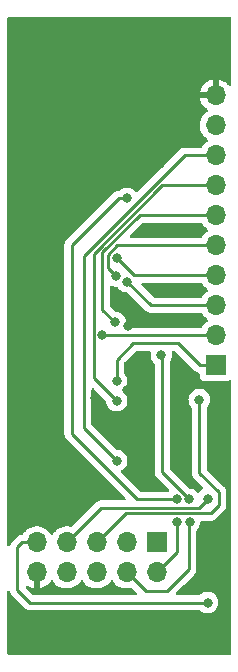
<source format=gbr>
%TF.GenerationSoftware,KiCad,Pcbnew,(6.0.6)*%
%TF.CreationDate,2022-11-26T14:52:17+01:00*%
%TF.ProjectId,wt,77742e6b-6963-4616-945f-706362585858,rev?*%
%TF.SameCoordinates,Original*%
%TF.FileFunction,Copper,L2,Bot*%
%TF.FilePolarity,Positive*%
%FSLAX46Y46*%
G04 Gerber Fmt 4.6, Leading zero omitted, Abs format (unit mm)*
G04 Created by KiCad (PCBNEW (6.0.6)) date 2022-11-26 14:52:17*
%MOMM*%
%LPD*%
G01*
G04 APERTURE LIST*
%TA.AperFunction,ComponentPad*%
%ADD10R,1.700000X1.700000*%
%TD*%
%TA.AperFunction,ComponentPad*%
%ADD11O,1.700000X1.700000*%
%TD*%
%TA.AperFunction,ViaPad*%
%ADD12C,0.800000*%
%TD*%
%TA.AperFunction,Conductor*%
%ADD13C,0.250000*%
%TD*%
G04 APERTURE END LIST*
D10*
%TO.P,J5,1,Pin_1*%
%TO.N,Net-(J5-Pad1)*%
X118171200Y-30000000D03*
D11*
%TO.P,J5,2,Pin_2*%
%TO.N,Net-(J5-Pad2)*%
X118171200Y-27460000D03*
%TO.P,J5,3,Pin_3*%
%TO.N,Net-(J5-Pad3)*%
X118171200Y-24920000D03*
%TO.P,J5,4,Pin_4*%
%TO.N,Net-(J5-Pad4)*%
X118171200Y-22380000D03*
%TO.P,J5,5,Pin_5*%
%TO.N,Net-(J5-Pad5)*%
X118171200Y-19840000D03*
%TO.P,J5,6,Pin_6*%
%TO.N,Net-(J5-Pad6)*%
X118171200Y-17300000D03*
%TO.P,J5,7,Pin_7*%
%TO.N,Net-(J5-Pad7)*%
X118171200Y-14760000D03*
%TO.P,J5,8,Pin_8*%
%TO.N,Net-(J5-Pad8)*%
X118171200Y-12220000D03*
%TO.P,J5,9,Pin_9*%
%TO.N,Net-(J5-Pad9)*%
X118171200Y-9680000D03*
%TO.P,J5,10,Pin_10*%
%TO.N,GND2*%
X118171200Y-7140000D03*
%TD*%
D10*
%TO.P,J6,1,Pin_1*%
%TO.N,Net-(J6-Pad1)*%
X113171200Y-45000000D03*
D11*
%TO.P,J6,2,Pin_2*%
%TO.N,Net-(J6-Pad2)*%
X113171200Y-47540000D03*
%TO.P,J6,3,Pin_3*%
%TO.N,Net-(J6-Pad3)*%
X110631200Y-45000000D03*
%TO.P,J6,4,Pin_4*%
%TO.N,Net-(J6-Pad4)*%
X110631200Y-47540000D03*
%TO.P,J6,5,Pin_5*%
%TO.N,Net-(J6-Pad5)*%
X108091200Y-45000000D03*
%TO.P,J6,6,Pin_6*%
%TO.N,Net-(J6-Pad6)*%
X108091200Y-47540000D03*
%TO.P,J6,7,Pin_7*%
%TO.N,Net-(J6-Pad7)*%
X105551200Y-45000000D03*
%TO.P,J6,8,Pin_8*%
%TO.N,Net-(J6-Pad8)*%
X105551200Y-47540000D03*
%TO.P,J6,9,Pin_9*%
%TO.N,Net-(J6-Pad9)*%
X103011200Y-45000000D03*
%TO.P,J6,10,Pin_10*%
%TO.N,GND2*%
X103011200Y-47540000D03*
%TD*%
D12*
%TO.N,GND2*%
X107975400Y-32766000D03*
X110769400Y-26644600D03*
X113512600Y-8102600D03*
X113512600Y-18719800D03*
X110337600Y-36601400D03*
X113487200Y-12928600D03*
X109829600Y-11176000D03*
X109931200Y-6858000D03*
X118516400Y-46583600D03*
X110642400Y-32105600D03*
X117957600Y-36830000D03*
X113563400Y-23749000D03*
X112191800Y-2362200D03*
%TO.N,Net-(J6-Pad4)*%
X113561972Y-29152030D03*
X115951000Y-43256200D03*
X115925600Y-41357699D03*
%TO.N,Net-(J5-Pad1)*%
X109778800Y-31369000D03*
%TO.N,Net-(J5-Pad2)*%
X108559600Y-27457400D03*
%TO.N,Net-(J5-Pad3)*%
X110667800Y-22910800D03*
%TO.N,Net-(J5-Pad4)*%
X109778800Y-20904200D03*
%TO.N,Net-(J5-Pad5)*%
X109720554Y-22431348D03*
%TO.N,Net-(J5-Pad6)*%
X109651800Y-26365200D03*
%TO.N,Net-(J5-Pad7)*%
X109778800Y-32994600D03*
%TO.N,Net-(J5-Pad8)*%
X109778800Y-38074600D03*
%TO.N,Net-(J6-Pad2)*%
X114884200Y-41353400D03*
X114863099Y-43251901D03*
X110642400Y-15875000D03*
%TO.N,Net-(J6-Pad5)*%
X116772129Y-32909928D03*
%TO.N,Net-(J6-Pad7)*%
X117500400Y-41300400D03*
%TO.N,Net-(J6-Pad9)*%
X117475000Y-50088800D03*
%TD*%
D13*
%TO.N,Net-(J6-Pad4)*%
X112240200Y-49149000D02*
X114020600Y-49149000D01*
X113639600Y-39071699D02*
X113639600Y-29229658D01*
X114020600Y-49149000D02*
X115900200Y-47269400D01*
X115900200Y-43307000D02*
X115951000Y-43256200D01*
X115900200Y-47269400D02*
X115900200Y-43307000D01*
X110631200Y-47540000D02*
X112240200Y-49149000D01*
X115925600Y-41357699D02*
X113639600Y-39071699D01*
X113639600Y-29229658D02*
X113561972Y-29152030D01*
%TO.N,Net-(J5-Pad1)*%
X111150400Y-28143200D02*
X109778800Y-29514800D01*
X116842600Y-30000000D02*
X114985800Y-28143200D01*
X118171200Y-30000000D02*
X116842600Y-30000000D01*
X114985800Y-28143200D02*
X111150400Y-28143200D01*
X109778800Y-29514800D02*
X109778800Y-31369000D01*
%TO.N,Net-(J5-Pad2)*%
X118171200Y-27460000D02*
X108562200Y-27460000D01*
X108562200Y-27460000D02*
X108559600Y-27457400D01*
%TO.N,Net-(J5-Pad3)*%
X112677000Y-24920000D02*
X110667800Y-22910800D01*
X118171200Y-24920000D02*
X112677000Y-24920000D01*
%TO.N,Net-(J5-Pad4)*%
X111254600Y-22380000D02*
X109778800Y-20904200D01*
X118171200Y-22380000D02*
X111254600Y-22380000D01*
%TO.N,Net-(J5-Pad5)*%
X109028900Y-21739694D02*
X109720554Y-22431348D01*
X109028900Y-20629502D02*
X109028900Y-21739694D01*
X109818402Y-19840000D02*
X109028900Y-20629502D01*
X118171200Y-19840000D02*
X109818402Y-19840000D01*
%TO.N,Net-(J5-Pad6)*%
X118171200Y-17300000D02*
X111722712Y-17300000D01*
X108579399Y-20443313D02*
X108579399Y-25292799D01*
X111722712Y-17300000D02*
X108579399Y-20443313D01*
X108579399Y-25292799D02*
X109651800Y-26365200D01*
%TO.N,Net-(J5-Pad7)*%
X107835100Y-20551922D02*
X107835100Y-31050900D01*
X107835100Y-31050900D02*
X109778800Y-32994600D01*
X118171200Y-14760000D02*
X113627022Y-14760000D01*
X113627022Y-14760000D02*
X107835100Y-20551922D01*
%TO.N,Net-(J5-Pad8)*%
X118171200Y-12220000D02*
X115531332Y-12220000D01*
X107010200Y-35306000D02*
X109778800Y-38074600D01*
X115531332Y-12220000D02*
X107010200Y-20741132D01*
X107010200Y-20741132D02*
X107010200Y-35306000D01*
%TO.N,Net-(J6-Pad2)*%
X105994200Y-19837400D02*
X105994200Y-35814000D01*
X105994200Y-35814000D02*
X111537899Y-41357699D01*
X114879901Y-41357699D02*
X114884200Y-41353400D01*
X109956600Y-15875000D02*
X105994200Y-19837400D01*
X113171200Y-47540000D02*
X114863099Y-45848101D01*
X111537899Y-41357699D02*
X114879901Y-41357699D01*
X114863099Y-45848101D02*
X114863099Y-43251901D01*
X110642400Y-15875000D02*
X109956600Y-15875000D01*
%TO.N,Net-(J6-Pad5)*%
X115167496Y-42531700D02*
X117742300Y-42531700D01*
X108091200Y-45000000D02*
X110563799Y-42527401D01*
X118414800Y-41859200D02*
X118414800Y-40741600D01*
X118414800Y-40741600D02*
X116772129Y-39098929D01*
X110563799Y-42527401D02*
X115163197Y-42527401D01*
X117742300Y-42531700D02*
X118414800Y-41859200D01*
X115163197Y-42527401D02*
X115167496Y-42531700D01*
X116772129Y-39098929D02*
X116772129Y-32909928D01*
%TO.N,Net-(J6-Pad7)*%
X115349386Y-42077900D02*
X115353685Y-42082199D01*
X116718601Y-42082199D02*
X117500400Y-41300400D01*
X108473300Y-42077900D02*
X115349386Y-42077900D01*
X115353685Y-42082199D02*
X116718601Y-42082199D01*
X105551200Y-45000000D02*
X108473300Y-42077900D01*
%TO.N,Net-(J6-Pad9)*%
X101786600Y-45000000D02*
X101371400Y-45415200D01*
X103011200Y-45000000D02*
X101786600Y-45000000D01*
X102438200Y-50088800D02*
X117475000Y-50088800D01*
X101371400Y-45415200D02*
X101371400Y-49022000D01*
X101371400Y-49022000D02*
X102438200Y-50088800D01*
%TD*%
%TA.AperFunction,Conductor*%
%TO.N,GND2*%
G36*
X114739327Y-28796702D02*
G01*
X114760301Y-28813605D01*
X116338948Y-30392253D01*
X116346488Y-30400539D01*
X116350600Y-30407018D01*
X116356377Y-30412443D01*
X116400251Y-30453643D01*
X116403093Y-30456398D01*
X116422830Y-30476135D01*
X116426027Y-30478615D01*
X116435047Y-30486318D01*
X116467279Y-30516586D01*
X116474225Y-30520405D01*
X116474228Y-30520407D01*
X116485034Y-30526348D01*
X116501553Y-30537199D01*
X116517559Y-30549614D01*
X116524828Y-30552759D01*
X116524832Y-30552762D01*
X116558137Y-30567174D01*
X116568787Y-30572391D01*
X116607540Y-30593695D01*
X116615215Y-30595666D01*
X116615216Y-30595666D01*
X116627162Y-30598733D01*
X116645867Y-30605137D01*
X116664455Y-30613181D01*
X116672278Y-30614420D01*
X116672288Y-30614423D01*
X116706413Y-30619828D01*
X116770565Y-30650241D01*
X116808091Y-30710510D01*
X116812700Y-30744276D01*
X116812700Y-30898134D01*
X116819455Y-30960316D01*
X116870585Y-31096705D01*
X116957939Y-31213261D01*
X117074495Y-31300615D01*
X117210884Y-31351745D01*
X117273066Y-31358500D01*
X119069334Y-31358500D01*
X119131516Y-31351745D01*
X119267905Y-31300615D01*
X119289934Y-31284105D01*
X119356440Y-31259256D01*
X119425823Y-31274308D01*
X119476053Y-31324482D01*
X119491500Y-31384930D01*
X119491500Y-54365500D01*
X119471498Y-54433621D01*
X119417842Y-54480114D01*
X119365500Y-54491500D01*
X100634500Y-54491500D01*
X100566379Y-54471498D01*
X100519886Y-54417842D01*
X100508500Y-54365500D01*
X100508500Y-49222219D01*
X100528502Y-49154098D01*
X100582158Y-49107605D01*
X100652432Y-49097501D01*
X100717012Y-49126995D01*
X100750817Y-49181633D01*
X100752926Y-49180798D01*
X100769204Y-49221912D01*
X100773049Y-49233142D01*
X100783171Y-49267983D01*
X100785382Y-49275593D01*
X100789415Y-49282412D01*
X100789417Y-49282417D01*
X100795693Y-49293028D01*
X100804388Y-49310776D01*
X100811848Y-49329617D01*
X100816510Y-49336033D01*
X100816510Y-49336034D01*
X100837836Y-49365387D01*
X100844352Y-49375307D01*
X100862537Y-49406055D01*
X100866858Y-49413362D01*
X100881179Y-49427683D01*
X100894019Y-49442716D01*
X100905928Y-49459107D01*
X100912034Y-49464158D01*
X100940005Y-49487298D01*
X100948784Y-49495288D01*
X101934548Y-50481053D01*
X101942088Y-50489339D01*
X101946200Y-50495818D01*
X101951977Y-50501243D01*
X101995851Y-50542443D01*
X101998693Y-50545198D01*
X102018430Y-50564935D01*
X102021627Y-50567415D01*
X102030647Y-50575118D01*
X102062879Y-50605386D01*
X102069825Y-50609205D01*
X102069828Y-50609207D01*
X102080634Y-50615148D01*
X102097153Y-50625999D01*
X102113159Y-50638414D01*
X102120428Y-50641559D01*
X102120432Y-50641562D01*
X102153737Y-50655974D01*
X102164387Y-50661191D01*
X102203140Y-50682495D01*
X102210815Y-50684466D01*
X102210816Y-50684466D01*
X102222762Y-50687533D01*
X102241467Y-50693937D01*
X102260055Y-50701981D01*
X102267878Y-50703220D01*
X102267888Y-50703223D01*
X102303724Y-50708899D01*
X102315344Y-50711305D01*
X102350489Y-50720328D01*
X102358170Y-50722300D01*
X102378424Y-50722300D01*
X102398134Y-50723851D01*
X102418143Y-50727020D01*
X102426035Y-50726274D01*
X102462161Y-50722859D01*
X102474019Y-50722300D01*
X116766800Y-50722300D01*
X116834921Y-50742302D01*
X116854147Y-50758643D01*
X116854420Y-50758340D01*
X116859332Y-50762763D01*
X116863747Y-50767666D01*
X117018248Y-50879918D01*
X117024276Y-50882602D01*
X117024278Y-50882603D01*
X117186681Y-50954909D01*
X117192712Y-50957594D01*
X117286113Y-50977447D01*
X117373056Y-50995928D01*
X117373061Y-50995928D01*
X117379513Y-50997300D01*
X117570487Y-50997300D01*
X117576939Y-50995928D01*
X117576944Y-50995928D01*
X117663888Y-50977447D01*
X117757288Y-50957594D01*
X117763319Y-50954909D01*
X117925722Y-50882603D01*
X117925724Y-50882602D01*
X117931752Y-50879918D01*
X118086253Y-50767666D01*
X118122851Y-50727020D01*
X118209621Y-50630652D01*
X118209622Y-50630651D01*
X118214040Y-50625744D01*
X118309527Y-50460356D01*
X118368542Y-50278728D01*
X118388504Y-50088800D01*
X118368542Y-49898872D01*
X118309527Y-49717244D01*
X118214040Y-49551856D01*
X118159315Y-49491077D01*
X118090675Y-49414845D01*
X118090674Y-49414844D01*
X118086253Y-49409934D01*
X117950589Y-49311368D01*
X117937094Y-49301563D01*
X117937093Y-49301562D01*
X117931752Y-49297682D01*
X117925724Y-49294998D01*
X117925722Y-49294997D01*
X117763319Y-49222691D01*
X117763318Y-49222691D01*
X117757288Y-49220006D01*
X117663888Y-49200153D01*
X117576944Y-49181672D01*
X117576939Y-49181672D01*
X117570487Y-49180300D01*
X117379513Y-49180300D01*
X117373061Y-49181672D01*
X117373056Y-49181672D01*
X117286112Y-49200153D01*
X117192712Y-49220006D01*
X117186682Y-49222691D01*
X117186681Y-49222691D01*
X117024278Y-49294997D01*
X117024276Y-49294998D01*
X117018248Y-49297682D01*
X117012907Y-49301562D01*
X117012906Y-49301563D01*
X116974293Y-49329617D01*
X116863747Y-49409934D01*
X116859332Y-49414837D01*
X116854420Y-49419260D01*
X116853295Y-49418011D01*
X116799986Y-49450851D01*
X116766800Y-49455300D01*
X114914394Y-49455300D01*
X114846273Y-49435298D01*
X114799780Y-49381642D01*
X114789676Y-49311368D01*
X114819170Y-49246788D01*
X114825299Y-49240205D01*
X115481334Y-48584171D01*
X116292453Y-47773052D01*
X116300739Y-47765512D01*
X116307218Y-47761400D01*
X116353844Y-47711748D01*
X116356598Y-47708907D01*
X116376335Y-47689170D01*
X116378815Y-47685973D01*
X116386520Y-47676951D01*
X116411359Y-47650500D01*
X116416786Y-47644721D01*
X116420605Y-47637775D01*
X116420607Y-47637772D01*
X116426548Y-47626966D01*
X116437399Y-47610447D01*
X116437759Y-47609983D01*
X116449814Y-47594441D01*
X116452959Y-47587172D01*
X116452962Y-47587168D01*
X116467374Y-47553863D01*
X116472591Y-47543213D01*
X116493895Y-47504460D01*
X116498933Y-47484837D01*
X116505337Y-47466134D01*
X116510233Y-47454820D01*
X116510233Y-47454819D01*
X116513381Y-47447545D01*
X116514620Y-47439722D01*
X116514623Y-47439712D01*
X116520299Y-47403876D01*
X116522705Y-47392256D01*
X116531728Y-47357111D01*
X116531728Y-47357110D01*
X116533700Y-47349430D01*
X116533700Y-47329176D01*
X116535251Y-47309465D01*
X116535800Y-47306002D01*
X116538420Y-47289457D01*
X116534259Y-47245438D01*
X116533700Y-47233581D01*
X116533700Y-44015143D01*
X116553702Y-43947022D01*
X116566057Y-43930842D01*
X116690040Y-43793144D01*
X116757926Y-43675562D01*
X116782223Y-43633479D01*
X116782224Y-43633478D01*
X116785527Y-43627756D01*
X116844542Y-43446128D01*
X116846040Y-43431875D01*
X116862210Y-43278029D01*
X116889223Y-43212373D01*
X116947445Y-43171743D01*
X116987520Y-43165200D01*
X117663533Y-43165200D01*
X117674716Y-43165727D01*
X117682209Y-43167402D01*
X117690135Y-43167153D01*
X117690136Y-43167153D01*
X117750286Y-43165262D01*
X117754245Y-43165200D01*
X117782156Y-43165200D01*
X117786091Y-43164703D01*
X117786156Y-43164695D01*
X117797993Y-43163762D01*
X117830251Y-43162748D01*
X117834270Y-43162622D01*
X117842189Y-43162373D01*
X117861643Y-43156721D01*
X117881000Y-43152713D01*
X117893230Y-43151168D01*
X117893231Y-43151168D01*
X117901097Y-43150174D01*
X117908468Y-43147255D01*
X117908470Y-43147255D01*
X117942212Y-43133896D01*
X117953442Y-43130051D01*
X117988283Y-43119929D01*
X117988284Y-43119929D01*
X117995893Y-43117718D01*
X118002712Y-43113685D01*
X118002717Y-43113683D01*
X118013328Y-43107407D01*
X118031076Y-43098712D01*
X118049917Y-43091252D01*
X118085687Y-43065264D01*
X118095607Y-43058748D01*
X118126835Y-43040280D01*
X118126838Y-43040278D01*
X118133662Y-43036242D01*
X118147983Y-43021921D01*
X118163017Y-43009080D01*
X118172994Y-43001831D01*
X118179407Y-42997172D01*
X118207598Y-42963095D01*
X118215588Y-42954316D01*
X118807047Y-42362857D01*
X118815337Y-42355313D01*
X118821818Y-42351200D01*
X118868459Y-42301532D01*
X118871213Y-42298691D01*
X118890935Y-42278969D01*
X118893412Y-42275776D01*
X118901117Y-42266755D01*
X118925959Y-42240300D01*
X118931386Y-42234521D01*
X118935207Y-42227571D01*
X118941146Y-42216768D01*
X118952002Y-42200241D01*
X118959557Y-42190502D01*
X118959558Y-42190500D01*
X118964414Y-42184240D01*
X118981974Y-42143660D01*
X118987191Y-42133012D01*
X119004675Y-42101209D01*
X119004676Y-42101207D01*
X119008495Y-42094260D01*
X119013533Y-42074637D01*
X119019937Y-42055934D01*
X119024833Y-42044620D01*
X119024833Y-42044619D01*
X119027981Y-42037345D01*
X119029220Y-42029522D01*
X119029223Y-42029512D01*
X119034899Y-41993676D01*
X119037305Y-41982056D01*
X119046328Y-41946911D01*
X119046328Y-41946910D01*
X119048300Y-41939230D01*
X119048300Y-41918976D01*
X119049851Y-41899265D01*
X119051780Y-41887086D01*
X119053020Y-41879257D01*
X119048859Y-41835238D01*
X119048300Y-41823381D01*
X119048300Y-40820368D01*
X119048827Y-40809185D01*
X119050502Y-40801692D01*
X119048362Y-40733601D01*
X119048300Y-40729644D01*
X119048300Y-40701744D01*
X119047796Y-40697753D01*
X119046863Y-40685911D01*
X119046506Y-40674534D01*
X119045474Y-40641711D01*
X119039821Y-40622252D01*
X119035812Y-40602893D01*
X119035646Y-40601583D01*
X119033274Y-40582803D01*
X119030358Y-40575437D01*
X119030356Y-40575431D01*
X119017000Y-40541698D01*
X119013155Y-40530468D01*
X119003030Y-40495617D01*
X119003030Y-40495616D01*
X119000819Y-40488007D01*
X118990505Y-40470566D01*
X118981808Y-40452813D01*
X118977272Y-40441358D01*
X118974352Y-40433983D01*
X118948363Y-40398212D01*
X118941847Y-40388292D01*
X118923378Y-40357063D01*
X118919342Y-40350238D01*
X118905021Y-40335917D01*
X118892180Y-40320883D01*
X118884931Y-40310906D01*
X118880272Y-40304493D01*
X118846195Y-40276302D01*
X118837416Y-40268312D01*
X117442534Y-38873429D01*
X117408508Y-38811117D01*
X117405629Y-38784334D01*
X117405629Y-33612452D01*
X117425631Y-33544331D01*
X117437987Y-33528149D01*
X117511169Y-33446872D01*
X117606656Y-33281484D01*
X117665671Y-33099856D01*
X117678408Y-32978675D01*
X117684943Y-32916493D01*
X117685633Y-32909928D01*
X117674570Y-32804672D01*
X117666361Y-32726563D01*
X117666361Y-32726561D01*
X117665671Y-32720000D01*
X117606656Y-32538372D01*
X117511169Y-32372984D01*
X117383382Y-32231062D01*
X117228881Y-32118810D01*
X117222853Y-32116126D01*
X117222851Y-32116125D01*
X117060448Y-32043819D01*
X117060447Y-32043819D01*
X117054417Y-32041134D01*
X116961016Y-32021281D01*
X116874073Y-32002800D01*
X116874068Y-32002800D01*
X116867616Y-32001428D01*
X116676642Y-32001428D01*
X116670190Y-32002800D01*
X116670185Y-32002800D01*
X116583242Y-32021281D01*
X116489841Y-32041134D01*
X116483811Y-32043819D01*
X116483810Y-32043819D01*
X116321407Y-32116125D01*
X116321405Y-32116126D01*
X116315377Y-32118810D01*
X116160876Y-32231062D01*
X116033089Y-32372984D01*
X115937602Y-32538372D01*
X115878587Y-32720000D01*
X115877897Y-32726561D01*
X115877897Y-32726563D01*
X115869688Y-32804672D01*
X115858625Y-32909928D01*
X115859315Y-32916493D01*
X115865851Y-32978675D01*
X115878587Y-33099856D01*
X115937602Y-33281484D01*
X116033089Y-33446872D01*
X116106266Y-33528143D01*
X116136982Y-33592149D01*
X116138629Y-33612452D01*
X116138629Y-39020162D01*
X116138102Y-39031345D01*
X116136427Y-39038838D01*
X116136676Y-39046764D01*
X116136676Y-39046765D01*
X116138567Y-39106915D01*
X116138629Y-39110874D01*
X116138629Y-39138785D01*
X116139126Y-39142719D01*
X116139126Y-39142720D01*
X116139134Y-39142785D01*
X116140067Y-39154622D01*
X116141456Y-39198818D01*
X116144821Y-39210399D01*
X116147107Y-39218268D01*
X116151116Y-39237629D01*
X116153655Y-39257726D01*
X116156574Y-39265097D01*
X116156574Y-39265099D01*
X116169933Y-39298841D01*
X116173778Y-39310071D01*
X116186111Y-39352522D01*
X116190144Y-39359341D01*
X116190146Y-39359346D01*
X116196422Y-39369957D01*
X116205117Y-39387705D01*
X116212577Y-39406546D01*
X116217239Y-39412962D01*
X116217239Y-39412963D01*
X116238565Y-39442316D01*
X116245081Y-39452236D01*
X116259953Y-39477382D01*
X116267587Y-39490291D01*
X116281908Y-39504612D01*
X116294748Y-39519645D01*
X116306657Y-39536036D01*
X116312763Y-39541087D01*
X116340734Y-39564227D01*
X116349513Y-39572217D01*
X117082104Y-40304808D01*
X117116130Y-40367120D01*
X117111065Y-40437935D01*
X117068518Y-40494771D01*
X117055048Y-40502682D01*
X117055401Y-40503293D01*
X117049678Y-40506597D01*
X117043648Y-40509282D01*
X116889147Y-40621534D01*
X116884726Y-40626444D01*
X116884725Y-40626445D01*
X116780840Y-40741821D01*
X116720394Y-40779061D01*
X116649410Y-40777709D01*
X116593568Y-40741822D01*
X116536853Y-40678833D01*
X116382352Y-40566581D01*
X116376324Y-40563897D01*
X116376322Y-40563896D01*
X116213919Y-40491590D01*
X116213918Y-40491590D01*
X116207888Y-40488905D01*
X116114487Y-40469052D01*
X116027544Y-40450571D01*
X116027539Y-40450571D01*
X116021087Y-40449199D01*
X115965195Y-40449199D01*
X115897074Y-40429197D01*
X115876100Y-40412294D01*
X114310005Y-38846199D01*
X114275979Y-38783887D01*
X114273100Y-38757104D01*
X114273100Y-29767157D01*
X114297087Y-29693333D01*
X114301012Y-29688974D01*
X114304314Y-29683255D01*
X114393195Y-29529309D01*
X114393196Y-29529308D01*
X114396499Y-29523586D01*
X114455514Y-29341958D01*
X114475476Y-29152030D01*
X114455514Y-28962102D01*
X114448864Y-28941635D01*
X114446836Y-28870670D01*
X114483498Y-28809871D01*
X114547210Y-28778546D01*
X114568697Y-28776700D01*
X114671206Y-28776700D01*
X114739327Y-28796702D01*
G37*
%TD.AperFunction*%
%TA.AperFunction,Conductor*%
G36*
X103207321Y-47306002D02*
G01*
X103253814Y-47359658D01*
X103265200Y-47412000D01*
X103265200Y-48858517D01*
X103269264Y-48872359D01*
X103282678Y-48874393D01*
X103289384Y-48873534D01*
X103299462Y-48871392D01*
X103503455Y-48810191D01*
X103513042Y-48806433D01*
X103704295Y-48712739D01*
X103713145Y-48707464D01*
X103886528Y-48583792D01*
X103894400Y-48577139D01*
X104045252Y-48426812D01*
X104051930Y-48418965D01*
X104179222Y-48241819D01*
X104180479Y-48242722D01*
X104227573Y-48199362D01*
X104297511Y-48187145D01*
X104362951Y-48214678D01*
X104390779Y-48246511D01*
X104451187Y-48345088D01*
X104597450Y-48513938D01*
X104769326Y-48656632D01*
X104962200Y-48769338D01*
X105170892Y-48849030D01*
X105175960Y-48850061D01*
X105175963Y-48850062D01*
X105271062Y-48869410D01*
X105389797Y-48893567D01*
X105394972Y-48893757D01*
X105394974Y-48893757D01*
X105607873Y-48901564D01*
X105607877Y-48901564D01*
X105613037Y-48901753D01*
X105618157Y-48901097D01*
X105618159Y-48901097D01*
X105829488Y-48874025D01*
X105829489Y-48874025D01*
X105834616Y-48873368D01*
X105839569Y-48871882D01*
X106043629Y-48810661D01*
X106043634Y-48810659D01*
X106048584Y-48809174D01*
X106249194Y-48710896D01*
X106431060Y-48581173D01*
X106589296Y-48423489D01*
X106719653Y-48242077D01*
X106720976Y-48243028D01*
X106767845Y-48199857D01*
X106837780Y-48187625D01*
X106903226Y-48215144D01*
X106931075Y-48246994D01*
X106991187Y-48345088D01*
X107137450Y-48513938D01*
X107309326Y-48656632D01*
X107502200Y-48769338D01*
X107710892Y-48849030D01*
X107715960Y-48850061D01*
X107715963Y-48850062D01*
X107811062Y-48869410D01*
X107929797Y-48893567D01*
X107934972Y-48893757D01*
X107934974Y-48893757D01*
X108147873Y-48901564D01*
X108147877Y-48901564D01*
X108153037Y-48901753D01*
X108158157Y-48901097D01*
X108158159Y-48901097D01*
X108369488Y-48874025D01*
X108369489Y-48874025D01*
X108374616Y-48873368D01*
X108379569Y-48871882D01*
X108583629Y-48810661D01*
X108583634Y-48810659D01*
X108588584Y-48809174D01*
X108789194Y-48710896D01*
X108971060Y-48581173D01*
X109129296Y-48423489D01*
X109259653Y-48242077D01*
X109260976Y-48243028D01*
X109307845Y-48199857D01*
X109377780Y-48187625D01*
X109443226Y-48215144D01*
X109471075Y-48246994D01*
X109531187Y-48345088D01*
X109677450Y-48513938D01*
X109849326Y-48656632D01*
X110042200Y-48769338D01*
X110250892Y-48849030D01*
X110255960Y-48850061D01*
X110255963Y-48850062D01*
X110351062Y-48869410D01*
X110469797Y-48893567D01*
X110474972Y-48893757D01*
X110474974Y-48893757D01*
X110687873Y-48901564D01*
X110687877Y-48901564D01*
X110693037Y-48901753D01*
X110698157Y-48901097D01*
X110698159Y-48901097D01*
X110909488Y-48874025D01*
X110909489Y-48874025D01*
X110914616Y-48873368D01*
X110919567Y-48871883D01*
X110919570Y-48871882D01*
X110961029Y-48859444D01*
X111032025Y-48859028D01*
X111086331Y-48891035D01*
X111435501Y-49240205D01*
X111469527Y-49302517D01*
X111464462Y-49373332D01*
X111421915Y-49430168D01*
X111355395Y-49454979D01*
X111346406Y-49455300D01*
X102752795Y-49455300D01*
X102684674Y-49435298D01*
X102663699Y-49418395D01*
X102130986Y-48885681D01*
X102096961Y-48823369D01*
X102102026Y-48752553D01*
X102144573Y-48695718D01*
X102211093Y-48670907D01*
X102283653Y-48687798D01*
X102417961Y-48766282D01*
X102427242Y-48770729D01*
X102626201Y-48846703D01*
X102636099Y-48849579D01*
X102739450Y-48870606D01*
X102753499Y-48869410D01*
X102757200Y-48859065D01*
X102757200Y-47412000D01*
X102777202Y-47343879D01*
X102830858Y-47297386D01*
X102883200Y-47286000D01*
X103139200Y-47286000D01*
X103207321Y-47306002D01*
G37*
%TD.AperFunction*%
%TA.AperFunction,Conductor*%
G36*
X119433621Y-528502D02*
G01*
X119480114Y-582158D01*
X119491500Y-634500D01*
X119491500Y-6253886D01*
X119471498Y-6322007D01*
X119417842Y-6368500D01*
X119347568Y-6378604D01*
X119282988Y-6349110D01*
X119259709Y-6322327D01*
X119253629Y-6312929D01*
X119247336Y-6304757D01*
X119104006Y-6147240D01*
X119096473Y-6140215D01*
X118929339Y-6008222D01*
X118920752Y-6002517D01*
X118734317Y-5899599D01*
X118724905Y-5895369D01*
X118524159Y-5824280D01*
X118514188Y-5821646D01*
X118443037Y-5808972D01*
X118429740Y-5810432D01*
X118425200Y-5824989D01*
X118425200Y-7268000D01*
X118405198Y-7336121D01*
X118351542Y-7382614D01*
X118299200Y-7394000D01*
X116854425Y-7394000D01*
X116840894Y-7397973D01*
X116839457Y-7407966D01*
X116869765Y-7542446D01*
X116872845Y-7552275D01*
X116952970Y-7749603D01*
X116957613Y-7758794D01*
X117068894Y-7940388D01*
X117074977Y-7948699D01*
X117214413Y-8109667D01*
X117221780Y-8116883D01*
X117385634Y-8252916D01*
X117394081Y-8258831D01*
X117463169Y-8299203D01*
X117511893Y-8350842D01*
X117524964Y-8420625D01*
X117498233Y-8486396D01*
X117457784Y-8519752D01*
X117444807Y-8526507D01*
X117440674Y-8529610D01*
X117440671Y-8529612D01*
X117416447Y-8547800D01*
X117266165Y-8660635D01*
X117111829Y-8822138D01*
X116985943Y-9006680D01*
X116891888Y-9209305D01*
X116832189Y-9424570D01*
X116808451Y-9646695D01*
X116821310Y-9869715D01*
X116822447Y-9874761D01*
X116822448Y-9874767D01*
X116846504Y-9981508D01*
X116870422Y-10087639D01*
X116954466Y-10294616D01*
X117071187Y-10485088D01*
X117217450Y-10653938D01*
X117389326Y-10796632D01*
X117459795Y-10837811D01*
X117462645Y-10839476D01*
X117511369Y-10891114D01*
X117524440Y-10960897D01*
X117497709Y-11026669D01*
X117457255Y-11060027D01*
X117444807Y-11066507D01*
X117440674Y-11069610D01*
X117440671Y-11069612D01*
X117416447Y-11087800D01*
X117266165Y-11200635D01*
X117111829Y-11362138D01*
X117108915Y-11366410D01*
X117108914Y-11366411D01*
X116996295Y-11531504D01*
X116941384Y-11576507D01*
X116892207Y-11586500D01*
X115610095Y-11586500D01*
X115598911Y-11585973D01*
X115591423Y-11584299D01*
X115583500Y-11584548D01*
X115523365Y-11586438D01*
X115519407Y-11586500D01*
X115491476Y-11586500D01*
X115487561Y-11586995D01*
X115487557Y-11586995D01*
X115487499Y-11587003D01*
X115487470Y-11587006D01*
X115475628Y-11587939D01*
X115431442Y-11589327D01*
X115414076Y-11594372D01*
X115411990Y-11594978D01*
X115392638Y-11598986D01*
X115380400Y-11600532D01*
X115380398Y-11600533D01*
X115372535Y-11601526D01*
X115331418Y-11617806D01*
X115320217Y-11621641D01*
X115277738Y-11633982D01*
X115270919Y-11638015D01*
X115270914Y-11638017D01*
X115260303Y-11644293D01*
X115242553Y-11652990D01*
X115223715Y-11660448D01*
X115217299Y-11665109D01*
X115217298Y-11665110D01*
X115187957Y-11686428D01*
X115178033Y-11692947D01*
X115146792Y-11711422D01*
X115146787Y-11711426D01*
X115139969Y-11715458D01*
X115125645Y-11729782D01*
X115110613Y-11742621D01*
X115094225Y-11754528D01*
X115072572Y-11780702D01*
X115066044Y-11788593D01*
X115058054Y-11797373D01*
X111539730Y-15315697D01*
X111477418Y-15349723D01*
X111406603Y-15344658D01*
X111356999Y-15310912D01*
X111351083Y-15304341D01*
X111253653Y-15196134D01*
X111099152Y-15083882D01*
X111093124Y-15081198D01*
X111093122Y-15081197D01*
X110930719Y-15008891D01*
X110930718Y-15008891D01*
X110924688Y-15006206D01*
X110831287Y-14986353D01*
X110744344Y-14967872D01*
X110744339Y-14967872D01*
X110737887Y-14966500D01*
X110546913Y-14966500D01*
X110540461Y-14967872D01*
X110540456Y-14967872D01*
X110453513Y-14986353D01*
X110360112Y-15006206D01*
X110354082Y-15008891D01*
X110354081Y-15008891D01*
X110191678Y-15081197D01*
X110191676Y-15081198D01*
X110185648Y-15083882D01*
X110031147Y-15196134D01*
X110026732Y-15201037D01*
X110021820Y-15205460D01*
X110020695Y-15204211D01*
X109967386Y-15237051D01*
X109934200Y-15241500D01*
X109916744Y-15241500D01*
X109912754Y-15242004D01*
X109900920Y-15242936D01*
X109856711Y-15244326D01*
X109849097Y-15246538D01*
X109849092Y-15246539D01*
X109837259Y-15249977D01*
X109817896Y-15253988D01*
X109797803Y-15256526D01*
X109790436Y-15259443D01*
X109790431Y-15259444D01*
X109756692Y-15272802D01*
X109745465Y-15276646D01*
X109703007Y-15288982D01*
X109696181Y-15293019D01*
X109685572Y-15299293D01*
X109667824Y-15307988D01*
X109648983Y-15315448D01*
X109642567Y-15320110D01*
X109642566Y-15320110D01*
X109613213Y-15341436D01*
X109603293Y-15347952D01*
X109572065Y-15366420D01*
X109572062Y-15366422D01*
X109565238Y-15370458D01*
X109550917Y-15384779D01*
X109535884Y-15397619D01*
X109519493Y-15409528D01*
X109514442Y-15415634D01*
X109491302Y-15443605D01*
X109483312Y-15452384D01*
X105601947Y-19333748D01*
X105593661Y-19341288D01*
X105587182Y-19345400D01*
X105581757Y-19351177D01*
X105540557Y-19395051D01*
X105537802Y-19397893D01*
X105518065Y-19417630D01*
X105515585Y-19420827D01*
X105507882Y-19429847D01*
X105477614Y-19462079D01*
X105473795Y-19469025D01*
X105473793Y-19469028D01*
X105467852Y-19479834D01*
X105457001Y-19496353D01*
X105444586Y-19512359D01*
X105441441Y-19519628D01*
X105441438Y-19519632D01*
X105427026Y-19552937D01*
X105421809Y-19563587D01*
X105400505Y-19602340D01*
X105398534Y-19610015D01*
X105398534Y-19610016D01*
X105395467Y-19621962D01*
X105389063Y-19640666D01*
X105381019Y-19659255D01*
X105379780Y-19667078D01*
X105379777Y-19667088D01*
X105374101Y-19702924D01*
X105371695Y-19714544D01*
X105360700Y-19757370D01*
X105360700Y-19777624D01*
X105359149Y-19797334D01*
X105355980Y-19817343D01*
X105356726Y-19825235D01*
X105360141Y-19861361D01*
X105360700Y-19873219D01*
X105360700Y-35735233D01*
X105360173Y-35746416D01*
X105358498Y-35753909D01*
X105358747Y-35761835D01*
X105358747Y-35761836D01*
X105360638Y-35821986D01*
X105360700Y-35825945D01*
X105360700Y-35853856D01*
X105361197Y-35857790D01*
X105361197Y-35857791D01*
X105361205Y-35857856D01*
X105362138Y-35869693D01*
X105363527Y-35913889D01*
X105369178Y-35933339D01*
X105373187Y-35952700D01*
X105375726Y-35972797D01*
X105378645Y-35980168D01*
X105378645Y-35980170D01*
X105392004Y-36013912D01*
X105395849Y-36025142D01*
X105408182Y-36067593D01*
X105412215Y-36074412D01*
X105412217Y-36074417D01*
X105418493Y-36085028D01*
X105427188Y-36102776D01*
X105434648Y-36121617D01*
X105439310Y-36128033D01*
X105439310Y-36128034D01*
X105460636Y-36157387D01*
X105467152Y-36167307D01*
X105489658Y-36205362D01*
X105503979Y-36219683D01*
X105516819Y-36234716D01*
X105528728Y-36251107D01*
X105534834Y-36256158D01*
X105562805Y-36279298D01*
X105571584Y-36287288D01*
X110513601Y-41229305D01*
X110547627Y-41291617D01*
X110542562Y-41362432D01*
X110500015Y-41419268D01*
X110433495Y-41444079D01*
X110424506Y-41444400D01*
X108552063Y-41444400D01*
X108540879Y-41443873D01*
X108533391Y-41442199D01*
X108525468Y-41442448D01*
X108465333Y-41444338D01*
X108461375Y-41444400D01*
X108433444Y-41444400D01*
X108429529Y-41444895D01*
X108429525Y-41444895D01*
X108429467Y-41444903D01*
X108429438Y-41444906D01*
X108417596Y-41445839D01*
X108373410Y-41447227D01*
X108356044Y-41452272D01*
X108353958Y-41452878D01*
X108334606Y-41456886D01*
X108322368Y-41458432D01*
X108322366Y-41458433D01*
X108314503Y-41459426D01*
X108273386Y-41475706D01*
X108262185Y-41479541D01*
X108219706Y-41491882D01*
X108212887Y-41495915D01*
X108212882Y-41495917D01*
X108202271Y-41502193D01*
X108184521Y-41510890D01*
X108165683Y-41518348D01*
X108159267Y-41523009D01*
X108159266Y-41523010D01*
X108129925Y-41544328D01*
X108120001Y-41550847D01*
X108088760Y-41569322D01*
X108088755Y-41569326D01*
X108081937Y-41573358D01*
X108067613Y-41587682D01*
X108052581Y-41600521D01*
X108036193Y-41612428D01*
X108008012Y-41646493D01*
X108000022Y-41655273D01*
X106008545Y-43646750D01*
X105946233Y-43680776D01*
X105897354Y-43681702D01*
X105684573Y-43643800D01*
X105684567Y-43643799D01*
X105679484Y-43642894D01*
X105605652Y-43641992D01*
X105461281Y-43640228D01*
X105461279Y-43640228D01*
X105456111Y-43640165D01*
X105235291Y-43673955D01*
X105022956Y-43743357D01*
X104824807Y-43846507D01*
X104820674Y-43849610D01*
X104820671Y-43849612D01*
X104650300Y-43977530D01*
X104646165Y-43980635D01*
X104613188Y-44015143D01*
X104552480Y-44078671D01*
X104491829Y-44142138D01*
X104384401Y-44299621D01*
X104329493Y-44344621D01*
X104258968Y-44352792D01*
X104195221Y-44321538D01*
X104174524Y-44297054D01*
X104094022Y-44172617D01*
X104094020Y-44172614D01*
X104091214Y-44168277D01*
X103940870Y-44003051D01*
X103936819Y-43999852D01*
X103936815Y-43999848D01*
X103769614Y-43867800D01*
X103769610Y-43867798D01*
X103765559Y-43864598D01*
X103569989Y-43756638D01*
X103565120Y-43754914D01*
X103565116Y-43754912D01*
X103364287Y-43683795D01*
X103364283Y-43683794D01*
X103359412Y-43682069D01*
X103354319Y-43681162D01*
X103354316Y-43681161D01*
X103144573Y-43643800D01*
X103144567Y-43643799D01*
X103139484Y-43642894D01*
X103065652Y-43641992D01*
X102921281Y-43640228D01*
X102921279Y-43640228D01*
X102916111Y-43640165D01*
X102695291Y-43673955D01*
X102482956Y-43743357D01*
X102284807Y-43846507D01*
X102280674Y-43849610D01*
X102280671Y-43849612D01*
X102110300Y-43977530D01*
X102106165Y-43980635D01*
X102073188Y-44015143D01*
X102012480Y-44078671D01*
X101951829Y-44142138D01*
X101948920Y-44146403D01*
X101948914Y-44146411D01*
X101835643Y-44312460D01*
X101780732Y-44357463D01*
X101746626Y-44365507D01*
X101746751Y-44366499D01*
X101744783Y-44366748D01*
X101742738Y-44367006D01*
X101730896Y-44367939D01*
X101686710Y-44369327D01*
X101669344Y-44374372D01*
X101667258Y-44374978D01*
X101647906Y-44378986D01*
X101635668Y-44380532D01*
X101635666Y-44380533D01*
X101627803Y-44381526D01*
X101586686Y-44397806D01*
X101575485Y-44401641D01*
X101533006Y-44413982D01*
X101526187Y-44418015D01*
X101526182Y-44418017D01*
X101515571Y-44424293D01*
X101497821Y-44432990D01*
X101478983Y-44440448D01*
X101472567Y-44445109D01*
X101472566Y-44445110D01*
X101443225Y-44466428D01*
X101433301Y-44472947D01*
X101402060Y-44491422D01*
X101402055Y-44491426D01*
X101395237Y-44495458D01*
X101380913Y-44509782D01*
X101365881Y-44522621D01*
X101349493Y-44534528D01*
X101321312Y-44568593D01*
X101313322Y-44577373D01*
X100979147Y-44911548D01*
X100970861Y-44919088D01*
X100964382Y-44923200D01*
X100958957Y-44928977D01*
X100917757Y-44972851D01*
X100915002Y-44975693D01*
X100895265Y-44995430D01*
X100892785Y-44998627D01*
X100885082Y-45007647D01*
X100854814Y-45039879D01*
X100850995Y-45046825D01*
X100850993Y-45046828D01*
X100845052Y-45057634D01*
X100834201Y-45074153D01*
X100821786Y-45090159D01*
X100818641Y-45097428D01*
X100818638Y-45097432D01*
X100804226Y-45130737D01*
X100799009Y-45141387D01*
X100777705Y-45180140D01*
X100775734Y-45187815D01*
X100775734Y-45187816D01*
X100772667Y-45199762D01*
X100766263Y-45218466D01*
X100761367Y-45229779D01*
X100761366Y-45229783D01*
X100758219Y-45237055D01*
X100756979Y-45244881D01*
X100755496Y-45249987D01*
X100717282Y-45309821D01*
X100652785Y-45339497D01*
X100582483Y-45329592D01*
X100528695Y-45283252D01*
X100508500Y-45214831D01*
X100508500Y-6874183D01*
X116835589Y-6874183D01*
X116837112Y-6882607D01*
X116849492Y-6886000D01*
X117899085Y-6886000D01*
X117914324Y-6881525D01*
X117915529Y-6880135D01*
X117917200Y-6872452D01*
X117917200Y-5823102D01*
X117913282Y-5809758D01*
X117899006Y-5807771D01*
X117860524Y-5813660D01*
X117850488Y-5816051D01*
X117648068Y-5882212D01*
X117638559Y-5886209D01*
X117449663Y-5984542D01*
X117440938Y-5990036D01*
X117270633Y-6117905D01*
X117262926Y-6124748D01*
X117115790Y-6278717D01*
X117109304Y-6286727D01*
X116989298Y-6462649D01*
X116984200Y-6471623D01*
X116894538Y-6664783D01*
X116890975Y-6674470D01*
X116835589Y-6874183D01*
X100508500Y-6874183D01*
X100508500Y-634500D01*
X100528502Y-566379D01*
X100582158Y-519886D01*
X100634500Y-508500D01*
X119365500Y-508500D01*
X119433621Y-528502D01*
G37*
%TD.AperFunction*%
%TA.AperFunction,Conductor*%
G36*
X112623368Y-28796702D02*
G01*
X112669861Y-28850358D01*
X112679965Y-28920632D01*
X112675081Y-28941632D01*
X112668430Y-28962102D01*
X112648468Y-29152030D01*
X112668430Y-29341958D01*
X112727445Y-29523586D01*
X112730748Y-29529308D01*
X112730749Y-29529309D01*
X112764658Y-29588040D01*
X112822932Y-29688974D01*
X112827350Y-29693881D01*
X112827351Y-29693882D01*
X112946297Y-29825985D01*
X112950719Y-29830896D01*
X112956063Y-29834779D01*
X112960970Y-29839197D01*
X112959712Y-29840594D01*
X112997517Y-29889625D01*
X113006100Y-29935333D01*
X113006100Y-38992932D01*
X113005573Y-39004115D01*
X113003898Y-39011608D01*
X113004147Y-39019534D01*
X113004147Y-39019535D01*
X113006038Y-39079685D01*
X113006100Y-39083644D01*
X113006100Y-39111555D01*
X113006597Y-39115489D01*
X113006597Y-39115490D01*
X113006605Y-39115555D01*
X113007538Y-39127392D01*
X113008927Y-39171588D01*
X113014578Y-39191038D01*
X113018587Y-39210399D01*
X113021126Y-39230496D01*
X113024045Y-39237867D01*
X113024045Y-39237869D01*
X113037404Y-39271611D01*
X113041249Y-39282841D01*
X113053582Y-39325292D01*
X113057615Y-39332111D01*
X113057617Y-39332116D01*
X113063893Y-39342727D01*
X113072588Y-39360475D01*
X113080048Y-39379316D01*
X113084710Y-39385732D01*
X113084710Y-39385733D01*
X113106036Y-39415086D01*
X113112552Y-39425006D01*
X113135058Y-39463061D01*
X113149379Y-39477382D01*
X113162219Y-39492415D01*
X113174128Y-39508806D01*
X113207043Y-39536036D01*
X113208205Y-39536997D01*
X113216984Y-39544987D01*
X114181101Y-40509104D01*
X114215127Y-40571416D01*
X114210062Y-40642231D01*
X114167515Y-40699067D01*
X114100995Y-40723878D01*
X114092006Y-40724199D01*
X111852494Y-40724199D01*
X111784373Y-40704197D01*
X111763399Y-40687294D01*
X110161946Y-39085841D01*
X110127920Y-39023529D01*
X110132985Y-38952714D01*
X110175532Y-38895878D01*
X110199793Y-38881639D01*
X110229519Y-38868404D01*
X110235552Y-38865718D01*
X110262418Y-38846199D01*
X110290957Y-38825464D01*
X110390053Y-38753466D01*
X110517840Y-38611544D01*
X110613327Y-38446156D01*
X110672342Y-38264528D01*
X110692304Y-38074600D01*
X110672342Y-37884672D01*
X110613327Y-37703044D01*
X110517840Y-37537656D01*
X110390053Y-37395734D01*
X110235552Y-37283482D01*
X110229524Y-37280798D01*
X110229522Y-37280797D01*
X110067119Y-37208491D01*
X110067118Y-37208491D01*
X110061088Y-37205806D01*
X109967688Y-37185953D01*
X109880744Y-37167472D01*
X109880739Y-37167472D01*
X109874287Y-37166100D01*
X109818394Y-37166100D01*
X109750273Y-37146098D01*
X109729299Y-37129195D01*
X107680605Y-35080500D01*
X107646579Y-35018188D01*
X107643700Y-34991405D01*
X107643700Y-32059594D01*
X107663702Y-31991473D01*
X107717358Y-31944980D01*
X107787632Y-31934876D01*
X107852212Y-31964370D01*
X107858779Y-31970483D01*
X108831680Y-32943385D01*
X108865704Y-33005695D01*
X108867893Y-33019308D01*
X108877019Y-33106134D01*
X108885258Y-33184528D01*
X108944273Y-33366156D01*
X109039760Y-33531544D01*
X109167547Y-33673466D01*
X109322048Y-33785718D01*
X109328076Y-33788402D01*
X109328078Y-33788403D01*
X109490481Y-33860709D01*
X109496512Y-33863394D01*
X109589913Y-33883247D01*
X109676856Y-33901728D01*
X109676861Y-33901728D01*
X109683313Y-33903100D01*
X109874287Y-33903100D01*
X109880739Y-33901728D01*
X109880744Y-33901728D01*
X109967687Y-33883247D01*
X110061088Y-33863394D01*
X110067119Y-33860709D01*
X110229522Y-33788403D01*
X110229524Y-33788402D01*
X110235552Y-33785718D01*
X110390053Y-33673466D01*
X110517840Y-33531544D01*
X110613327Y-33366156D01*
X110672342Y-33184528D01*
X110680582Y-33106134D01*
X110691614Y-33001165D01*
X110692304Y-32994600D01*
X110672342Y-32804672D01*
X110613327Y-32623044D01*
X110517840Y-32457656D01*
X110390053Y-32315734D01*
X110346012Y-32283736D01*
X110302658Y-32227513D01*
X110296583Y-32156777D01*
X110329715Y-32093985D01*
X110346012Y-32079864D01*
X110373911Y-32059594D01*
X110390053Y-32047866D01*
X110431866Y-32001428D01*
X110513421Y-31910852D01*
X110513422Y-31910851D01*
X110517840Y-31905944D01*
X110576114Y-31805010D01*
X110610023Y-31746279D01*
X110610024Y-31746278D01*
X110613327Y-31740556D01*
X110672342Y-31558928D01*
X110692304Y-31369000D01*
X110685117Y-31300615D01*
X110673032Y-31185635D01*
X110673032Y-31185633D01*
X110672342Y-31179072D01*
X110613327Y-30997444D01*
X110517840Y-30832056D01*
X110444663Y-30750785D01*
X110413947Y-30686779D01*
X110412300Y-30666476D01*
X110412300Y-29829394D01*
X110432302Y-29761273D01*
X110449205Y-29740299D01*
X111375899Y-28813605D01*
X111438211Y-28779579D01*
X111464994Y-28776700D01*
X112555247Y-28776700D01*
X112623368Y-28796702D01*
G37*
%TD.AperFunction*%
%TA.AperFunction,Conductor*%
G36*
X109390147Y-23278719D02*
G01*
X109432231Y-23297456D01*
X109432239Y-23297459D01*
X109438266Y-23300142D01*
X109531666Y-23319995D01*
X109618610Y-23338476D01*
X109618615Y-23338476D01*
X109625067Y-23339848D01*
X109793720Y-23339848D01*
X109861841Y-23359850D01*
X109902838Y-23402846D01*
X109928760Y-23447744D01*
X110056547Y-23589666D01*
X110211048Y-23701918D01*
X110217076Y-23704602D01*
X110217078Y-23704603D01*
X110345539Y-23761797D01*
X110385512Y-23779594D01*
X110478913Y-23799447D01*
X110565856Y-23817928D01*
X110565861Y-23817928D01*
X110572313Y-23819300D01*
X110628206Y-23819300D01*
X110696327Y-23839302D01*
X110717301Y-23856205D01*
X112173348Y-25312253D01*
X112180888Y-25320539D01*
X112185000Y-25327018D01*
X112190777Y-25332443D01*
X112234651Y-25373643D01*
X112237493Y-25376398D01*
X112257230Y-25396135D01*
X112260427Y-25398615D01*
X112269447Y-25406318D01*
X112301679Y-25436586D01*
X112308625Y-25440405D01*
X112308628Y-25440407D01*
X112319434Y-25446348D01*
X112335953Y-25457199D01*
X112351959Y-25469614D01*
X112359228Y-25472759D01*
X112359232Y-25472762D01*
X112392537Y-25487174D01*
X112403187Y-25492391D01*
X112441940Y-25513695D01*
X112449615Y-25515666D01*
X112449616Y-25515666D01*
X112461562Y-25518733D01*
X112480267Y-25525137D01*
X112498855Y-25533181D01*
X112506678Y-25534420D01*
X112506688Y-25534423D01*
X112542524Y-25540099D01*
X112554144Y-25542505D01*
X112589289Y-25551528D01*
X112596970Y-25553500D01*
X112617224Y-25553500D01*
X112636934Y-25555051D01*
X112656943Y-25558220D01*
X112664835Y-25557474D01*
X112700961Y-25554059D01*
X112712819Y-25553500D01*
X116895474Y-25553500D01*
X116963595Y-25573502D01*
X117002907Y-25613665D01*
X117071187Y-25725088D01*
X117217450Y-25893938D01*
X117389326Y-26036632D01*
X117459795Y-26077811D01*
X117462645Y-26079476D01*
X117511369Y-26131114D01*
X117524440Y-26200897D01*
X117497709Y-26266669D01*
X117457255Y-26300027D01*
X117444807Y-26306507D01*
X117440674Y-26309610D01*
X117440671Y-26309612D01*
X117366635Y-26365200D01*
X117266165Y-26440635D01*
X117111829Y-26602138D01*
X117108915Y-26606410D01*
X117108914Y-26606411D01*
X116996295Y-26771504D01*
X116941384Y-26816507D01*
X116892207Y-26826500D01*
X110630592Y-26826500D01*
X110562471Y-26806498D01*
X110515978Y-26752842D01*
X110505874Y-26682568D01*
X110510759Y-26661564D01*
X110539546Y-26572967D01*
X110545342Y-26555128D01*
X110565304Y-26365200D01*
X110561037Y-26324598D01*
X110546032Y-26181835D01*
X110546032Y-26181833D01*
X110545342Y-26175272D01*
X110486327Y-25993644D01*
X110390840Y-25828256D01*
X110371825Y-25807137D01*
X110267475Y-25691245D01*
X110267474Y-25691244D01*
X110263053Y-25686334D01*
X110108552Y-25574082D01*
X110102524Y-25571398D01*
X110102522Y-25571397D01*
X109940119Y-25499091D01*
X109940118Y-25499091D01*
X109934088Y-25496406D01*
X109840687Y-25476553D01*
X109753744Y-25458072D01*
X109753739Y-25458072D01*
X109747287Y-25456700D01*
X109691395Y-25456700D01*
X109623274Y-25436698D01*
X109602299Y-25419795D01*
X109249803Y-25067298D01*
X109215778Y-25004986D01*
X109212899Y-24978203D01*
X109212899Y-23393826D01*
X109232901Y-23325705D01*
X109286557Y-23279212D01*
X109356831Y-23269108D01*
X109390147Y-23278719D01*
G37*
%TD.AperFunction*%
%TA.AperFunction,Conductor*%
G36*
X116963595Y-23033502D02*
G01*
X117002907Y-23073665D01*
X117071187Y-23185088D01*
X117217450Y-23353938D01*
X117389326Y-23496632D01*
X117459795Y-23537811D01*
X117462645Y-23539476D01*
X117511369Y-23591114D01*
X117524440Y-23660897D01*
X117497709Y-23726669D01*
X117457255Y-23760027D01*
X117444807Y-23766507D01*
X117440674Y-23769610D01*
X117440671Y-23769612D01*
X117374493Y-23819300D01*
X117266165Y-23900635D01*
X117111829Y-24062138D01*
X117108915Y-24066410D01*
X117108914Y-24066411D01*
X116996295Y-24231504D01*
X116941384Y-24276507D01*
X116892207Y-24286500D01*
X112991594Y-24286500D01*
X112923473Y-24266498D01*
X112902499Y-24249595D01*
X111881500Y-23228595D01*
X111847474Y-23166283D01*
X111852539Y-23095467D01*
X111895086Y-23038632D01*
X111961606Y-23013821D01*
X111970595Y-23013500D01*
X116895474Y-23013500D01*
X116963595Y-23033502D01*
G37*
%TD.AperFunction*%
%TA.AperFunction,Conductor*%
G36*
X116963595Y-17953502D02*
G01*
X117002907Y-17993665D01*
X117071187Y-18105088D01*
X117217450Y-18273938D01*
X117389326Y-18416632D01*
X117459795Y-18457811D01*
X117462645Y-18459476D01*
X117511369Y-18511114D01*
X117524440Y-18580897D01*
X117497709Y-18646669D01*
X117457255Y-18680027D01*
X117444807Y-18686507D01*
X117440674Y-18689610D01*
X117440671Y-18689612D01*
X117416447Y-18707800D01*
X117266165Y-18820635D01*
X117111829Y-18982138D01*
X117108915Y-18986410D01*
X117108914Y-18986411D01*
X116996295Y-19151504D01*
X116941384Y-19196507D01*
X116892207Y-19206500D01*
X111016307Y-19206500D01*
X110948186Y-19186498D01*
X110901693Y-19132842D01*
X110891589Y-19062568D01*
X110921083Y-18997988D01*
X110927212Y-18991405D01*
X111948212Y-17970405D01*
X112010524Y-17936379D01*
X112037307Y-17933500D01*
X116895474Y-17933500D01*
X116963595Y-17953502D01*
G37*
%TD.AperFunction*%
%TD*%
M02*

</source>
